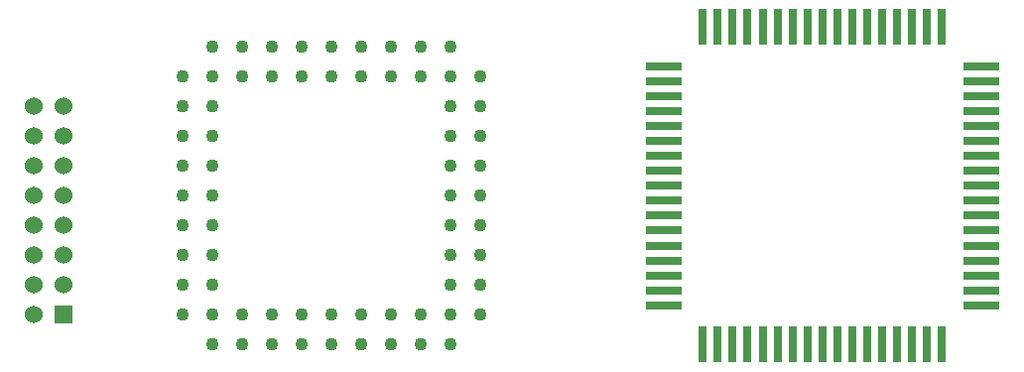
<source format=gbr>
%TF.GenerationSoftware,KiCad,Pcbnew,8.0.2-1*%
%TF.CreationDate,2024-05-11T10:02:21-04:00*%
%TF.ProjectId,Rom 01 IIgs RGBToHDMI,526f6d20-3031-4204-9949-677320524742,rev?*%
%TF.SameCoordinates,Original*%
%TF.FileFunction,Soldermask,Top*%
%TF.FilePolarity,Negative*%
%FSLAX46Y46*%
G04 Gerber Fmt 4.6, Leading zero omitted, Abs format (unit mm)*
G04 Created by KiCad (PCBNEW 8.0.2-1) date 2024-05-11 10:02:21*
%MOMM*%
%LPD*%
G01*
G04 APERTURE LIST*
%ADD10R,3.150000X0.800000*%
%ADD11R,0.800000X3.150000*%
%ADD12R,3.100000X0.800000*%
%ADD13R,1.524000X1.524000*%
%ADD14C,1.524000*%
%ADD15C,1.100000*%
G04 APERTURE END LIST*
D10*
%TO.C,U1*%
X128690000Y-85560000D03*
X128690000Y-84290000D03*
X128690000Y-83020000D03*
X128690000Y-81750000D03*
X128690000Y-80480000D03*
X128690000Y-79180000D03*
X128690000Y-77910000D03*
X128690000Y-76640000D03*
X128690000Y-75370000D03*
D11*
X132050000Y-72010000D03*
X133320000Y-72010000D03*
X134590000Y-72010000D03*
X135860000Y-72010000D03*
X137160000Y-72010000D03*
X138430000Y-72010000D03*
X139700000Y-72010000D03*
X140970000Y-72010000D03*
X142240000Y-72010000D03*
X143510000Y-72010000D03*
X144780000Y-72010000D03*
X146050000Y-72010000D03*
X147350000Y-72010000D03*
X148620000Y-72010000D03*
X149890000Y-72010000D03*
X151160000Y-72010000D03*
X152430000Y-72010000D03*
D10*
X155790000Y-75370000D03*
X155790000Y-76640000D03*
X155790000Y-77910000D03*
X155790000Y-79180000D03*
X155790000Y-80480000D03*
D12*
X155790000Y-81745000D03*
D10*
X155790000Y-83020000D03*
X155790000Y-84290000D03*
X155790000Y-85560000D03*
X155790000Y-86830000D03*
X155790000Y-88100000D03*
X155790000Y-89370000D03*
X155790000Y-90670000D03*
X155790000Y-91940000D03*
X155790000Y-93210000D03*
X155790000Y-94480000D03*
X155790000Y-95750000D03*
D11*
X152430000Y-99110000D03*
X151160000Y-99110000D03*
X149890000Y-99110000D03*
X148620000Y-99110000D03*
X147350000Y-99110000D03*
X146050000Y-99110000D03*
X144780000Y-99110000D03*
X143510000Y-99110000D03*
X142240000Y-99110000D03*
X140970000Y-99110000D03*
X139700000Y-99110000D03*
X138430000Y-99110000D03*
X137160000Y-99110000D03*
X135860000Y-99110000D03*
X134590000Y-99110000D03*
X133320000Y-99110000D03*
X132050000Y-99110000D03*
D10*
X128690000Y-95750000D03*
X128690000Y-94480000D03*
X128690000Y-93210000D03*
X128690000Y-91940000D03*
X128690000Y-90670000D03*
X128690000Y-89370000D03*
X128690000Y-88100000D03*
X128690000Y-86830000D03*
%TD*%
D13*
%TO.C,J1*%
X77470000Y-96520000D03*
D14*
X74930000Y-96520000D03*
X77470000Y-93980000D03*
X74930000Y-93980000D03*
X77470000Y-91440000D03*
X74930000Y-91440000D03*
X77470000Y-88900000D03*
X74930000Y-88900000D03*
X77470000Y-86360000D03*
X74930000Y-86360000D03*
X77470000Y-83820000D03*
X74930000Y-83820000D03*
X77470000Y-81280000D03*
X74930000Y-81280000D03*
X77470000Y-78740000D03*
X74930000Y-78740000D03*
%TD*%
D15*
%TO.C,U2*%
X113030000Y-86360000D03*
X110490000Y-86360000D03*
X113030000Y-83820000D03*
X110490000Y-83820000D03*
X113030000Y-81280000D03*
X110490000Y-81280000D03*
X113030000Y-78740000D03*
X110490000Y-78740000D03*
X113030000Y-76200000D03*
X110490000Y-73660000D03*
X110490000Y-76200000D03*
X107950000Y-73660000D03*
X107950000Y-76200000D03*
X105410000Y-73660000D03*
X105410000Y-76200000D03*
X102870000Y-73660000D03*
X102870000Y-76200000D03*
X100330000Y-73660000D03*
X100330000Y-76200000D03*
X97790000Y-73660000D03*
X97790000Y-76200000D03*
X95250000Y-73660000D03*
X95250000Y-76200000D03*
X92710000Y-73660000D03*
X92710000Y-76200000D03*
X90170000Y-73660000D03*
X87630000Y-76200000D03*
X90170000Y-76200000D03*
X87630000Y-78740000D03*
X90170000Y-78740000D03*
X87630000Y-81280000D03*
X90170000Y-81280000D03*
X87630000Y-83820000D03*
X90170000Y-83820000D03*
X87630000Y-86360000D03*
X90170000Y-86360000D03*
X87630000Y-88900000D03*
X90170000Y-88900000D03*
X87630000Y-91440000D03*
X90170000Y-91440000D03*
X87630000Y-93980000D03*
X90170000Y-93980000D03*
X87630000Y-96520000D03*
X90170000Y-99060000D03*
X90170000Y-96520000D03*
X92710000Y-99060000D03*
X92710000Y-96520000D03*
X95250000Y-99060000D03*
X95250000Y-96520000D03*
X97790000Y-99060000D03*
X97790000Y-96520000D03*
X100330000Y-99060000D03*
X100330000Y-96520000D03*
X102870000Y-99060000D03*
X102870000Y-96520000D03*
X105410000Y-99060000D03*
X105410000Y-96520000D03*
X107950000Y-99060000D03*
X107950000Y-96520000D03*
X110490000Y-99060000D03*
X113030000Y-96520000D03*
X110490000Y-96520000D03*
X113030000Y-93980000D03*
X110490000Y-93980000D03*
X113030000Y-91440000D03*
X110490000Y-91440000D03*
X113030000Y-88900000D03*
X110490000Y-88900000D03*
%TD*%
M02*

</source>
